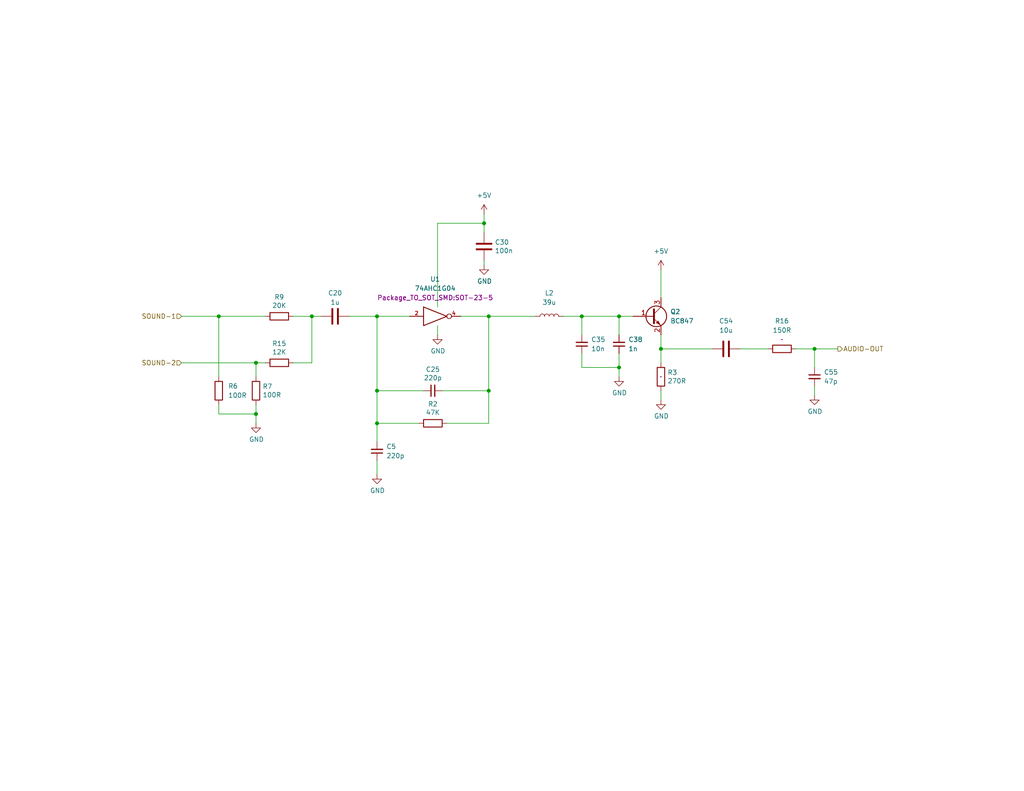
<source format=kicad_sch>
(kicad_sch (version 20211123) (generator eeschema)
  (paper "A")
  (title_block (title "InGame-NES MMC3") (date "2022-08-10") (rev "2.1") (company "Late to the Game"))
  (lib_symbols
    (symbol "74xGxx:74AHC1G04" (pin_names (offset 1.016))
      (property "Reference" "U" (at -2.54 3.81 0))
      (property "Value" "74AHC1G04" (at 0 -3.81 0))
      (symbol "74AHC1G04_0_1"
        (polyline (pts (xy -3.81 2.54) (xy -3.81 -2.54) (xy 2.54 0) (xy -3.81 2.54)) (stroke (width 0.254)))
      )
      (symbol "74AHC1G04_1_1"
        (pin input line (at -7.62 0 0) (length 3.81) (name "~") (number "2"))
        (pin power_in line (at 0 -2.54 270) (length 0) hide (name "GND") (number "3"))
        (pin output inverted (at 6.35 0 180) (length 3.81) (name "~") (number "4"))
        (pin power_in line (at 0 2.54 90) (length 0) hide (name "VCC") (number "5"))
      )
    )
    (symbol "Device:C" (pin_numbers hide) (pin_names (offset 0.254))
      (property "Reference" "C" (at 0.635 2.54 0))
      (property "Value" "C" (at 0.635 -2.54 0))
      (symbol "C_0_1"
        (polyline (pts (xy -2.032 -0.762) (xy 2.032 -0.762)) (stroke (width 0.508)))
        (polyline (pts (xy -2.032 0.762) (xy 2.032 0.762)) (stroke (width 0.508)))
      )
      (symbol "C_1_1"
        (pin passive line (at 0 3.81 270) (length 2.794) (name "~") (number "1"))
        (pin passive line (at 0 -3.81 90) (length 2.794) (name "~") (number "2"))
      )
    )
    (symbol "Device:C_Small" (pin_numbers hide) (pin_names (offset 0.254) hide)
      (property "Reference" "C" (at 0.254 1.778 0))
      (property "Value" "C_Small" (at 0.254 -2.032 0))
      (symbol "C_Small_0_1"
        (polyline (pts (xy -1.524 -0.508) (xy 1.524 -0.508)) (stroke (width 0.3302)))
        (polyline (pts (xy -1.524 0.508) (xy 1.524 0.508)) (stroke (width 0.3048)))
      )
      (symbol "C_Small_1_1"
        (pin passive line (at 0 2.54 270) (length 2.032) (name "~") (number "1"))
        (pin passive line (at 0 -2.54 90) (length 2.032) (name "~") (number "2"))
      )
    )
    (symbol "Device:L" (pin_numbers hide) (pin_names (offset 1.016) hide)
      (property "Reference" "L" (at -1.27 0 90))
      (property "Value" "L" (at 1.905 0 90))
      (symbol "L_0_1"
        (arc (start 0 -2.54) (mid 0.635 -1.905) (end 0 -1.27))
        (arc (start 0 -1.27) (mid 0.635 -0.635) (end 0 0))
        (arc (start 0 0) (mid 0.635 0.635) (end 0 1.27))
        (arc (start 0 1.27) (mid 0.635 1.905) (end 0 2.54))
      )
      (symbol "L_1_1"
        (pin passive line (at 0 3.81 270) (length 1.27) (name "1") (number "1"))
        (pin passive line (at 0 -3.81 90) (length 1.27) (name "2") (number "2"))
      )
    )
    (symbol "Device:R" (pin_numbers hide) (pin_names (offset 0))
      (property "Reference" "R" (at 2.032 0 90))
      (property "Value" "R" (at 0 0 90))
      (symbol "R_0_1"
        (rectangle (start -1.016 -2.54) (end 1.016 2.54) (stroke (width 0.254)))
      )
      (symbol "R_1_1"
        (pin passive line (at 0 3.81 270) (length 1.27) (name "~") (number "1"))
        (pin passive line (at 0 -3.81 90) (length 1.27) (name "~") (number "2"))
      )
    )
    (symbol "Transistor_BJT:BC847" (pin_names (offset 0) hide)
      (property "Reference" "Q" (at 5.08 1.905 0))
      (property "Value" "BC847" (at 5.08 0 0))
      (symbol "BC847_0_1"
        (polyline (pts (xy 0.635 0.635) (xy 2.54 2.54)))
        (polyline (pts (xy 0.635 -0.635) (xy 2.54 -2.54) (xy 2.54 -2.54)))
        (polyline (pts (xy 0.635 1.905) (xy 0.635 -1.905) (xy 0.635 -1.905)) (stroke (width 0.508)))
        (polyline (pts (xy 1.27 -1.778) (xy 1.778 -1.27) (xy 2.286 -2.286) (xy 1.27 -1.778) (xy 1.27 -1.778)) (fill (type outline)))
        (circle (center 1.27 0) (radius 2.8194) (stroke (width 0.254)))
      )
      (symbol "BC847_1_1"
        (pin input line (at -5.08 0 0) (length 5.715) (name "B") (number "1"))
        (pin passive line (at 2.54 -5.08 90) (length 2.54) (name "E") (number "2"))
        (pin passive line (at 2.54 5.08 270) (length 2.54) (name "C") (number "3"))
      )
    )
    (symbol "power:+5V" (power) (pin_names (offset 0))
      (property "Value" "+5V" (at 0 3.556 0))
      (symbol "+5V_0_1"
        (polyline (pts (xy -0.762 1.27) (xy 0 2.54)))
        (polyline (pts (xy 0 0) (xy 0 2.54)))
        (polyline (pts (xy 0 2.54) (xy 0.762 1.27)))
      )
      (symbol "+5V_1_1"
        (pin power_in line (at 0 0 90) (length 0) hide (name "+5V") (number "1"))
      )
    )
    (symbol "power:GND" (power) (pin_names (offset 0))
      (property "Value" "GND" (at 0 -3.81 0))
      (symbol "GND_0_1"
        (polyline (pts (xy 0 0) (xy 0 -1.27) (xy 1.27 -1.27) (xy 0 -2.54) (xy -1.27 -1.27) (xy 0 -1.27)))
      )
      (symbol "GND_1_1"
        (pin power_in line (at 0 0 270) (length 0) hide (name "GND") (number "1"))
      )
    )
  )
  (junction (at 168.91 86.36))
  (junction (at 102.87 86.36))
  (junction (at 69.85 113.03))
  (junction (at 158.75 86.36))
  (junction (at 102.87 115.57))
  (junction (at 132.08 60.96))
  (junction (at 59.69 86.36))
  (junction (at 168.91 100.33))
  (junction (at 180.34 95.25))
  (junction (at 69.85 99.06))
  (junction (at 133.35 86.36))
  (junction (at 133.35 106.68))
  (junction (at 102.87 106.68))
  (junction (at 85.09 86.36))
  (junction (at 222.25 95.25))
  (wire (pts (xy 69.85 113.03) (xy 59.69 113.03)))
  (wire (pts (xy 222.25 95.25) (xy 222.25 100.33)))
  (wire (pts (xy 85.09 86.36) (xy 85.09 99.06)))
  (wire (pts (xy 121.92 115.57) (xy 133.35 115.57)))
  (wire (pts (xy 102.87 106.68) (xy 115.57 106.68)))
  (wire (pts (xy 158.75 100.33) (xy 168.91 100.33)))
  (wire (pts (xy 102.87 106.68) (xy 102.87 86.36)))
  (wire (pts (xy 114.3 115.57) (xy 102.87 115.57)))
  (wire (pts (xy 102.87 115.57) (xy 102.87 106.68)))
  (wire (pts (xy 180.34 95.25) (xy 180.34 99.06)))
  (wire (pts (xy 59.69 86.36) (xy 59.69 102.87)))
  (wire (pts (xy 119.38 60.96) (xy 119.38 83.82)))
  (wire (pts (xy 133.35 106.68) (xy 133.35 86.36)))
  (wire (pts (xy 180.34 73.66) (xy 180.34 81.28)))
  (wire (pts (xy 168.91 86.36) (xy 172.72 86.36)))
  (wire (pts (xy 132.08 71.12) (xy 132.08 72.39)))
  (wire (pts (xy 69.85 110.49) (xy 69.85 113.03)))
  (wire (pts (xy 95.25 86.36) (xy 102.87 86.36)))
  (wire (pts (xy 180.34 106.68) (xy 180.34 109.22)))
  (wire (pts (xy 158.75 86.36) (xy 168.91 86.36)))
  (wire (pts (xy 158.75 86.36) (xy 158.75 91.44)))
  (wire (pts (xy 119.38 88.9) (xy 119.38 91.44)))
  (wire (pts (xy 125.73 86.36) (xy 133.35 86.36)))
  (wire (pts (xy 133.35 115.57) (xy 133.35 106.68)))
  (wire (pts (xy 201.93 95.25) (xy 209.55 95.25)))
  (wire (pts (xy 49.53 99.06) (xy 69.85 99.06)))
  (wire (pts (xy 80.01 86.36) (xy 85.09 86.36)))
  (wire (pts (xy 168.91 86.36) (xy 168.91 91.44)))
  (wire (pts (xy 132.08 60.96) (xy 132.08 63.5)))
  (wire (pts (xy 180.34 95.25) (xy 194.31 95.25)))
  (wire (pts (xy 69.85 113.03) (xy 69.85 115.57)))
  (wire (pts (xy 49.53 86.36) (xy 59.69 86.36)))
  (wire (pts (xy 217.17 95.25) (xy 222.25 95.25)))
  (wire (pts (xy 132.08 58.42) (xy 132.08 60.96)))
  (wire (pts (xy 132.08 60.96) (xy 119.38 60.96)))
  (wire (pts (xy 85.09 99.06) (xy 80.01 99.06)))
  (wire (pts (xy 102.87 125.73) (xy 102.87 129.54)))
  (wire (pts (xy 120.65 106.68) (xy 133.35 106.68)))
  (wire (pts (xy 69.85 102.87) (xy 69.85 99.06)))
  (wire (pts (xy 168.91 96.52) (xy 168.91 100.33)))
  (wire (pts (xy 102.87 115.57) (xy 102.87 120.65)))
  (wire (pts (xy 153.67 86.36) (xy 158.75 86.36)))
  (wire (pts (xy 222.25 95.25) (xy 228.6 95.25)))
  (wire (pts (xy 180.34 91.44) (xy 180.34 95.25)))
  (wire (pts (xy 59.69 113.03) (xy 59.69 110.49)))
  (wire (pts (xy 133.35 86.36) (xy 146.05 86.36)))
  (wire (pts (xy 85.09 86.36) (xy 87.63 86.36)))
  (wire (pts (xy 168.91 100.33) (xy 168.91 102.87)))
  (wire (pts (xy 158.75 96.52) (xy 158.75 100.33)))
  (wire (pts (xy 222.25 105.41) (xy 222.25 107.95)))
  (wire (pts (xy 69.85 99.06) (xy 72.39 99.06)))
  (wire (pts (xy 102.87 86.36) (xy 111.76 86.36)))
  (wire (pts (xy 59.69 86.36) (xy 72.39 86.36)))
  (text "Square Channel: 54.6 Hz to 12.4 KHz\nTriangle Channel 27.3 Hz to 55.9 KHz\nNoise Channel 29.3 Hz to 447 KHz" (at 297.18 71.12 0) (effects (font (size 1.27 1.27)) (justify left bottom)))
  (hierarchical_label "SOUND-2" (shape input) (at 49.53 99.06 180))
  (hierarchical_label "AUDIO-OUT" (shape output) (at 228.6 95.25 0))
  (hierarchical_label "SOUND-1" (shape input) (at 49.53 86.36 180))
  (symbol (lib_id "Device:R") (at 76.2 86.36 90) (unit 1)
    (property "Reference" "R9" (at 76.2 81.1022 90))
    (property "Value" "20K" (at 76.2 83.4136 90))
    (property "Footprint" "Resistor_SMD:R_0603_1608Metric_Pad0.98x0.95mm_HandSolder" (effects hide))
    (property "Description" "RES SMD 20K OHM 1% 1/10W 0603" (effects hide))
    (property "Digikey" "RMCF0603FT20K0CT-ND" (effects hide))
    (property "MPN" "RMCF0603FT20K0" (effects hide))
  )
  (symbol (lib_id "Device:R") (at 76.2 99.06 90) (unit 1)
    (property "Reference" "R15" (at 76.2 93.8022 90))
    (property "Value" "12K" (at 76.2 96.1136 90))
    (property "Footprint" "Resistor_SMD:R_0603_1608Metric_Pad0.98x0.95mm_HandSolder" (effects hide))
    (property "Description" "RES SMD 12K OHM 1% 1/10W 0603" (effects hide))
    (property "Digikey" "RMCF0603FT12K0CT-ND" (effects hide))
    (property "MPN" "RMCF0603FT12K0" (effects hide))
  )
  (symbol (lib_id "Device:R") (at 69.85 106.68 180) (unit 1)
    (property "Reference" "R7" (at 71.628 105.5116 0) (effects (justify right)))
    (property "Value" "100R" (at 71.628 107.823 0) (effects (justify right)))
    (property "Footprint" "Resistor_SMD:R_0603_1608Metric_Pad0.98x0.95mm_HandSolder" (effects hide))
    (property "Description" "RES SMD 100 OHM 1% 1/10W 0603" (effects hide))
    (property "Digikey" "RMCF0603FT100RCT-ND" (effects hide))
    (property "MPN" "RMCF0603FT100R" (effects hide))
  )
  (symbol (lib_id "Device:R") (at 59.69 106.68 180) (unit 1)
    (property "Reference" "R6" (at 62.23 105.4099 0) (effects (justify right)))
    (property "Value" "100R" (at 62.23 107.9499 0) (effects (justify right)))
    (property "Footprint" "Resistor_SMD:R_0603_1608Metric_Pad0.98x0.95mm_HandSolder" (effects hide))
    (property "Description" "RES SMD 100 OHM 1% 1/10W 0603" (effects hide))
    (property "Digikey" "RMCF0603FT100RCT-ND" (effects hide))
    (property "MPN" "RMCF0603FT100R" (effects hide))
  )
  (symbol (lib_id "Device:C") (at 91.44 86.36 270) (unit 1)
    (property "Reference" "C20" (at 91.44 80.01 90))
    (property "Value" "1u" (at 91.44 82.55 90))
    (property "Footprint" "Capacitor_SMD:C_0603_1608Metric_Pad1.08x0.95mm_HandSolder" (effects hide))
    (property "Description" "CAP CER 1UF 25V X5R 0603" (effects hide))
    (property "Digikey" "1276-1102-1-ND" (effects hide))
    (property "MPN" "CL10A105KA8NNNC" (effects hide))
  )
  (symbol (lib_id "power:GND") (at 69.85 115.57 0) (unit 1)
    (property "Reference" "#PWR0167" (effects hide))
    (property "Value" "GND" (at 69.977 119.9642 0))
  )
  (symbol (lib_id "power:GND") (at 102.87 129.54 0) (unit 1)
    (property "Reference" "#PWR01" (effects hide))
    (property "Value" "GND" (at 102.997 133.9342 0))
  )
  (symbol (lib_id "Transistor_BJT:BC847") (at 177.8 86.36 0) (unit 1)
    (property "Reference" "Q2" (at 182.88 85.0899 0) (effects (justify left)))
    (property "Value" "BC847" (at 182.88 87.6299 0) (effects (justify left)))
    (property "Footprint" "Package_TO_SOT_SMD:SOT-23_Handsoldering" (effects hide))
    (property "Datasheet" "http://www.infineon.com/dgdl/Infineon-BC847SERIES_BC848SERIES_BC849SERIES_BC850SERIES-DS-v01_01-en.pdf?fileId=db3a304314dca389011541d4630a1657" (effects hide))
    (property "Description" "TRANS NPN 45V 0.1A SOT23-3" (effects hide))
    (property "Digikey" "BC847CLT1GOSCT-ND" (effects hide))
    (property "MPN" "BC847CLT1G" (effects hide))
  )
  (symbol (lib_id "Device:C_Small") (at 118.11 106.68 90) (unit 1)
    (property "Reference" "C25" (at 118.11 100.8634 90))
    (property "Value" "220p" (at 118.11 103.1748 90))
    (property "Footprint" "Capacitor_SMD:C_0603_1608Metric_Pad1.08x0.95mm_HandSolder" (effects hide))
    (property "Description" "CAP CER 220PF 50V C0G/NP0 0603" (effects hide))
    (property "Digikey" "399-C0603C221J5GAC7867CT-ND" (effects hide))
    (property "MPN" "C0603C221J5GAC7867" (effects hide))
  )
  (symbol (lib_id "Device:C_Small") (at 102.87 123.19 180) (unit 1)
    (property "Reference" "C5" (at 105.41 121.9135 0) (effects (justify right)))
    (property "Value" "220p" (at 105.41 124.4535 0) (effects (justify right)))
    (property "Footprint" "Capacitor_SMD:C_0603_1608Metric_Pad1.08x0.95mm_HandSolder" (effects hide))
    (property "Description" "CAP CER 220PF 50V C0G/NP0 0603" (effects hide))
    (property "Digikey" "399-C0603C221J5GAC7867CT-ND" (effects hide))
    (property "MPN" "C0603C221J5GAC7867" (effects hide))
  )
  (symbol (lib_id "Device:C_Small") (at 222.25 102.87 0) (unit 1)
    (property "Reference" "C55" (at 224.79 101.6062 0) (effects (justify left)))
    (property "Value" "47p" (at 224.79 104.1462 0) (effects (justify left)))
    (property "Footprint" "Capacitor_SMD:C_0603_1608Metric_Pad1.08x0.95mm_HandSolder" (effects hide))
    (property "Description" "CAP CER 47PF 50V C0G/NP0 0603" (effects hide))
    (property "Digikey" "399-C0603C470K5GAC7867CT-ND" (effects hide))
    (property "MPN" "C0603C470K5GAC7867" (effects hide))
  )
  (symbol (lib_id "power:+5V") (at 132.08 58.42 0) (unit 1)
    (property "Reference" "#PWR03" (effects hide))
    (property "Value" "+5V" (at 132.08 53.34 0))
  )
  (symbol (lib_id "power:GND") (at 119.38 91.44 0) (unit 1)
    (property "Reference" "#PWR02" (effects hide))
    (property "Value" "GND" (at 119.507 95.8342 0))
  )
  (symbol (lib_id "power:+5V") (at 180.34 73.66 0) (unit 1)
    (property "Reference" "#PWR06" (effects hide))
    (property "Value" "+5V" (at 180.34 68.58 0))
  )
  (symbol (lib_id "Device:C_Small") (at 158.75 93.98 180) (unit 1)
    (property "Reference" "C35" (at 161.29 92.7035 0) (effects (justify right)))
    (property "Value" "10n" (at 161.29 95.2435 0) (effects (justify right)))
    (property "Footprint" "Capacitor_SMD:C_0603_1608Metric_Pad1.08x0.95mm_HandSolder" (effects hide))
    (property "Description" "CAP CER 10000PF 25V C0G/NP0 0603" (effects hide))
    (property "Digikey" "399-C0603C103J3GAC7867CT-ND" (effects hide))
    (property "MPN" "C0603C103J3GAC7867" (effects hide))
  )
  (symbol (lib_id "Device:R") (at 213.36 95.25 90) (unit 1)
    (property "Reference" "R16" (at 213.36 87.63 90))
    (property "Value" "150R" (at 213.36 90.17 90))
    (property "Footprint" "Resistor_SMD:R_0603_1608Metric_Pad0.98x0.95mm_HandSolder" (effects hide))
    (property "Datasheet" "~" (at 213.36 92.71 90) (effects (font (size 0.762 0.762))))
    (property "Digikey" "RNCP0603FTD150RCT-ND" (effects hide))
    (property "Description" "RES SMD 150 OHM 1% 1/10W 0603" (effects hide))
    (property "MPN" "RNCP0603FTD150R" (effects hide))
  )
  (symbol (lib_id "Device:L") (at 149.86 86.36 90) (unit 1)
    (property "Reference" "L2" (at 149.86 80.01 90))
    (property "Value" "39u" (at 149.86 82.55 90))
    (property "Footprint" "Inductor_SMD:L_0805_2012Metric_Pad1.05x1.20mm_HandSolder" (effects hide))
    (property "Description" "FIXED IND 39UH 120MA 3.9 OHM SMD" (effects hide))
    (property "Digikey" "587-3095-1-ND" (effects hide))
    (property "MPN" "LBM2016T390J" (effects hide))
  )
  (symbol (lib_id "Device:C") (at 132.08 67.31 180) (unit 1)
    (property "Reference" "C30" (at 135.001 66.1416 0) (effects (justify right)))
    (property "Value" "100n" (at 135.001 68.453 0) (effects (justify right)))
    (property "Footprint" "Capacitor_SMD:C_0603_1608Metric_Pad1.08x0.95mm_HandSolder" (effects hide))
    (property "Description" "CAP CER 0.1UF 50V X7R 0603" (effects hide))
    (property "Digikey" "1276-CL10B104KB8WPNDCT-ND" (effects hide))
    (property "MPN" "CL10B104KB8WPND" (effects hide))
  )
  (symbol (lib_id "74xGxx:74AHC1G04") (at 119.38 86.36 0) (unit 1)
    (property "Reference" "U1" (at 118.745 76.2 0))
    (property "Value" "74AHC1G04" (at 118.745 78.74 0))
    (property "Footprint" "Package_TO_SOT_SMD:SOT-23-5" (at 118.745 81.28 0))
    (property "Datasheet" "http://www.ti.com/lit/sg/scyt129e/scyt129e.pdf" (effects hide))
    (property "Description" "IC INVERTER 1CH 1-INP SOT23-5" (effects hide))
    (property "Digikey" "296-1089-1-ND" (effects hide))
    (property "MPN" "SN74AHC1G04DBVR" (effects hide))
  )
  (symbol (lib_id "Device:R") (at 118.11 115.57 90) (unit 1)
    (property "Reference" "R2" (at 118.11 110.3122 90))
    (property "Value" "47K" (at 118.11 112.6236 90))
    (property "Footprint" "Resistor_SMD:R_0603_1608Metric_Pad0.98x0.95mm_HandSolder" (effects hide))
    (property "Description" "RES SMD 47K OHM 1% 1/10W 0603" (effects hide))
    (property "Digikey" "RMCF0603FT47K0CT-ND" (effects hide))
    (property "MPN" "RMCF0603FT47K0" (effects hide))
  )
  (symbol (lib_id "power:GND") (at 168.91 102.87 0) (unit 1)
    (property "Reference" "#PWR05" (effects hide))
    (property "Value" "GND" (at 169.037 107.2642 0))
  )
  (symbol (lib_id "power:GND") (at 222.25 107.95 0) (unit 1)
    (property "Reference" "#PWR08" (effects hide))
    (property "Value" "GND" (at 222.377 112.3442 0))
  )
  (symbol (lib_id "power:GND") (at 132.08 72.39 0) (unit 1)
    (property "Reference" "#PWR04" (effects hide))
    (property "Value" "GND" (at 132.207 76.7842 0))
  )
  (symbol (lib_id "Device:R") (at 180.34 102.87 0) (unit 1)
    (property "Reference" "R3" (at 182.118 101.7016 0) (effects (justify left)))
    (property "Value" "270R" (at 182.118 104.013 0) (effects (justify left)))
    (property "Footprint" "Resistor_SMD:R_0603_1608Metric_Pad0.98x0.95mm_HandSolder" (effects hide))
    (property "Datasheet" "~" (at 180.34 102.87 0) (effects (font (size 0.762 0.762))))
    (property "Digikey" "RMCF0603FT270RCT-ND" (effects hide))
    (property "Description" "RES SMD 270 OHM 1% 1/10W 0603" (effects hide))
    (property "MPN" "RMCF0603FT270R" (effects hide))
  )
  (symbol (lib_id "Device:C_Small") (at 168.91 93.98 180) (unit 1)
    (property "Reference" "C38" (at 171.45 92.7035 0) (effects (justify right)))
    (property "Value" "1n" (at 171.45 95.2435 0) (effects (justify right)))
    (property "Footprint" "Capacitor_SMD:C_0603_1608Metric_Pad1.08x0.95mm_HandSolder" (effects hide))
    (property "Description" "CAP CER 1000PF 50V C0G/NP0 0603" (effects hide))
    (property "Digikey" "399-C0603C102J5GAC7867CT-ND" (effects hide))
    (property "MPN" "C0603C102J5GAC7867" (effects hide))
  )
  (symbol (lib_id "Device:C") (at 198.12 95.25 90) (unit 1)
    (property "Reference" "C54" (at 198.12 87.63 90))
    (property "Value" "10u" (at 198.12 90.17 90))
    (property "Footprint" "Capacitor_SMD:C_1206_3216Metric_Pad1.33x1.80mm_HandSolder" (effects hide))
    (property "Description" "CAP CER 10UF 25V X5R 1206" (effects hide))
    (property "Digikey" "1276-1075-1-ND" (effects hide))
    (property "MPN" "CL31A106KAHNNNE" (effects hide))
  )
  (symbol (lib_id "power:GND") (at 180.34 109.22 0) (unit 1)
    (property "Reference" "#PWR07" (effects hide))
    (property "Value" "GND" (at 180.467 113.6142 0))
  )
)
</source>
